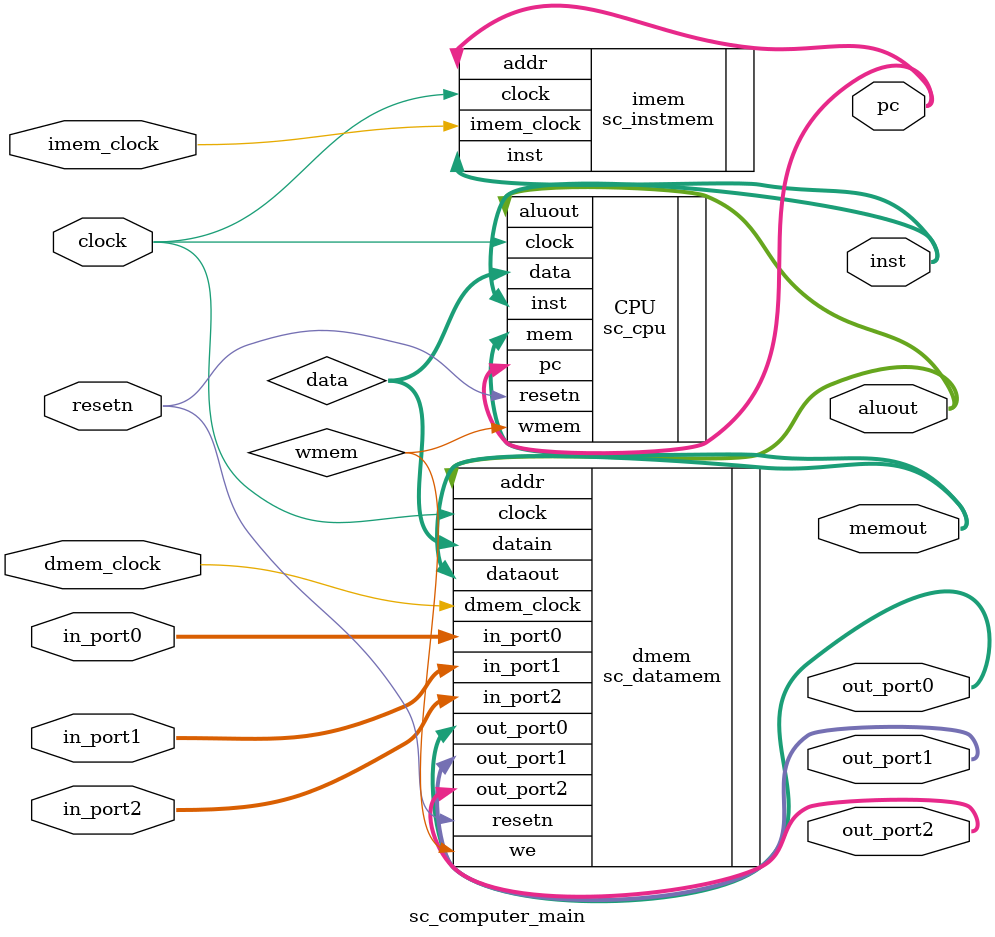
<source format=v>

module sc_computer_main (
	resetn,clock,imem_clock,dmem_clock,pc,inst,aluout,memout,
	out_port0,out_port1,out_port2,in_port0,in_port1,in_port2);
   
   input resetn,clock,imem_clock,dmem_clock;
	input [31:0] in_port0,in_port1,in_port2;
   output [31:0] pc,inst,aluout,memout;
   output [31:0] out_port0,out_port1,out_port2;
   wire   [31:0] data;
   wire          wmem; // all these "wire"s are used to connect or interface the cpu,dmem,imem and so on.
   
    ////////////////////////////////////////////
                                         //
//           sc_computer_main.v          //
                                         //
///////////////////////////////////////////
 
 
 //sc_cpu , CPU module. add here
    sc_cpu CPU(
   .clock(clock),
   .resetn(resetn),
   .inst(inst),
   .mem(memout),
   .pc(pc),
   .wmem(wmem),
   .aluout(aluout),
   .data(data)
   );

   //sc_instmem  , instruction memory.add here
//module sc_instmem (addr,inst,clock,imem_clock)
   
    sc_instmem  imem (
   .addr(pc),
   .inst(inst),
   .clock(clock),
   .imem_clock(imem_clock)
);

//module sc_datamem (resetn,
//        addr,datain,dataout,we,clock,dmem_clock,        
//        out_port0,out_port1,out_port2,in_port0,in_port1,);
   //sc_datamem   data memory and IO module.add here
sc_datamem dmem(
.resetn(resetn),
.addr(aluout),
.datain(data),   //data = rb in cpu unit
.dataout(memout),
.we(wmem),
.clock(clock),
.dmem_clock(dmem_clock),
.out_port0(out_port0),
.out_port1(out_port1),
.out_port2(out_port2),
.in_port0(in_port0),
.in_port1(in_port1),
.in_port2(in_port2)
);


endmodule




</source>
